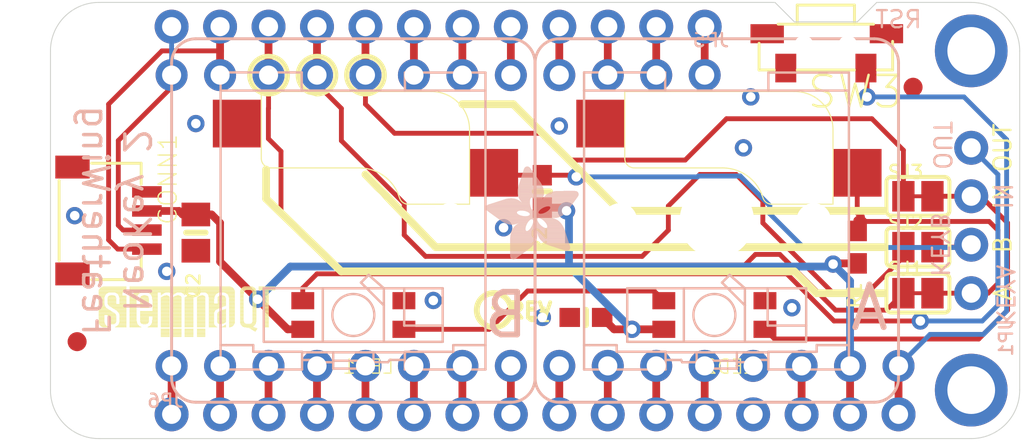
<source format=kicad_pcb>
(kicad_pcb (version 20211014) (generator pcbnew)
  (layers (0 "F.Cu" signal) (31 "B.Cu" signal) (34 "B.Paste" user) (35 "F.Paste" user) (36 "B.SilkS" user "B.Silkscreen") (37 "F.SilkS" user "F.Silkscreen") (38 "B.Mask" user) (39 "F.Mask" user) (44 "Edge.Cuts" user))
  (net 0 "")
  (net 1 "GND")
  (net 2 "SWITCHA")
  (net 3 "NEO_OUT")
  (net 4 "VBAT")
  (net 5 "EN")
  (net 6 "USB")
  (net 7 "N")
  (net 8 "M")
  (net 9 "L")
  (net 10 "K")
  (net 11 "J")
  (net 12 "I")
  (net 13 "H")
  (net 14 "SCL")
  (net 15 "SDA")
  (net 16 "G")
  (net 17 "RX")
  (net 18 "MISO")
  (net 19 "MOSI")
  (net 20 "SCK")
  (net 21 "F")
  (net 22 "E")
  (net 23 "D")
  (net 24 "C")
  (net 25 "B")
  (net 26 "A")
  (net 27 "AREF")
  (net 28 "~{RESET}")
  (net 29 "SWITCHB")
  (net 30 "N$26")
  (net 31 "TX")
  (net 32 "NEO_IN")
  (net 33 "3.3V")
  (footprint "boardEagle:FIDUCIAL_1MM" (layer "F.Cu") (at 168.3131 98.0186)
    (fp_text reference "FID1" hide)
    (fp_text value "FIDUCIAL_1MM" hide)
    (pad "1" smd roundrect (at 0 0) (size 1 1) (layers "F.Cu" "F.Mask") (roundrect_rratio 0.5))
  )
  (footprint "boardEagle:0805-NO" (layer "F.Cu") (at 130.7211 105.6386 -90)
    (fp_text reference "C2" (at 2.032 0.127 90) (layer "F.SilkS") (effects (font (size 0.692831 0.692831) (thickness 0.119969)) (justify right)))
    (fp_text value "10uF")
    (pad "1" smd rect (at -0.95 0 270) (size 1.24 1.5) (layers "F.Cu" "F.Paste" "F.Mask") (net 33 "3.3V"))
    (pad "2" smd rect (at 0.95 0 270) (size 1.24 1.5) (layers "F.Cu" "F.Paste" "F.Mask") (net 1 "GND"))
  )
  (footprint "boardEagle:SPST_TACTILE_RA" (layer "F.Cu") (at 163.7411 96.1136 180)
    (fp_text reference "SW3" (at -4.131 -2.149) (layer "F.SilkS") (effects (font (size 1.647139 1.647139) (thickness 0.130861)) (justify right)))
    (fp_text value "" hide)
    (pad "" np_thru_hole circle (at -1.15 0.3 180) (size 1 1) (drill 1) (layers *.Cu *.Mask))
    (pad "" np_thru_hole circle (at 1.15 0.3 180) (size 1 1) (drill 1) (layers *.Cu *.Mask))
    (pad "1" smd rect (at -2.1 -0.9 270) (size 1.5 1.1) (layers "F.Cu" "F.Paste" "F.Mask") (net 28 "~{RESET}"))
    (pad "2" smd rect (at 2.1 -0.9 270) (size 1.5 1.1) (layers "F.Cu" "F.Paste" "F.Mask") (net 1 "GND"))
    (pad "MT1" smd rect (at -3.175 0.9) (size 1.75 1) (layers "F.Cu" "F.Paste" "F.Mask"))
    (pad "MT2" smd rect (at 3.075 0.9) (size 1.75 1) (layers "F.Cu" "F.Paste" "F.Mask"))
  )
  (footprint "boardEagle:STEMMAQT" (layer "F.Cu") (at 125.6411 111.0996)
    (fp_text reference "U$11" hide)
    (fp_text value "" hide)
  )
  (footprint "boardEagle:SOLDERJUMPER_CLOSEDWIRE" (layer "F.Cu") (at 168.5671 103.7336)
    (fp_text reference "SJ3" (at -1.651 -1.27) (layer "F.SilkS") (effects (font (size 0.692831 0.692831) (thickness 0.119969)) (justify left)))
    (fp_text value "")
    (pad "1" smd rect (at -0.762 0) (size 1.1684 1.6002) (layers "F.Cu") (net 11 "J"))
    (pad "2" smd rect (at 0.762 0) (size 1.1684 1.6002) (layers "F.Cu") (net 32 "NEO_IN"))
    (pad "WIRE" smd rect (at 0 0 180) (size 0.635 0.2032) (layers "F.Cu"))
  )
  (footprint "boardEagle:0603-NO" (layer "F.Cu") (at 148.8821 103.4796 -90)
    (fp_text reference "R2" (at 1.778 0.127 90) (layer "F.SilkS") (effects (font (size 0.692831 0.692831) (thickness 0.119969)) (justify right)))
    (fp_text value "100K")
    (pad "1" smd rect (at -0.85 0 270) (size 1.075 1) (layers "F.Cu" "F.Paste" "F.Mask") (net 29 "SWITCHB"))
    (pad "2" smd rect (at 0.85 0 270) (size 1.075 1) (layers "F.Cu" "F.Paste" "F.Mask") (net 33 "3.3V"))
  )
  (footprint "boardEagle:FIDUCIAL_1MM" (layer "F.Cu") (at 124.4981 111.3536)
    (fp_text reference "FID2" hide)
    (fp_text value "FIDUCIAL_1MM" hide)
    (pad "1" smd roundrect (at 0 0) (size 1 1) (layers "F.Cu" "F.Mask") (roundrect_rratio 0.5))
  )
  (footprint "boardEagle:PCBFEAT-REV-040" (layer "F.Cu") (at 146.3421 109.7026)
    (fp_text reference "U$8" hide)
    (fp_text value "" hide)
    (fp_text user ">REV" (at -0.3556 0.508) (layer "F.SilkS") (effects (font (size 0.8128 0.8128) (thickness 0.2032)) (justify left bottom)))
  )
  (footprint "boardEagle:JST_SH4" (layer "F.Cu") (at 125.6411 105.0036 -90)
    (fp_text reference "CONN1" (at -4.6 -3.614 90) (layer "F.SilkS") (effects (font (size 0.941222 0.941222) (thickness 0.074778)) (justify right)))
    (fp_text value "STEMMA_I2C_QT" hide)
    (pad "1" smd rect (at -1.5 -2.514) (size 1.55 0.6) (layers "F.Cu" "F.Paste" "F.Mask") (net 1 "GND"))
    (pad "2" smd rect (at -0.5 -2.514) (size 1.55 0.6) (layers "F.Cu" "F.Paste" "F.Mask") (net 33 "3.3V"))
    (pad "3" smd rect (at 0.5 -2.514) (size 1.55 0.6) (layers "F.Cu" "F.Paste" "F.Mask") (net 15 "SDA"))
    (pad "4" smd rect (at 1.5 -2.514) (size 1.55 0.6) (layers "F.Cu" "F.Paste" "F.Mask") (net 14 "SCL"))
    (pad "MT1" smd rect (at -2.8 1.386) (size 1.8 1.2) (layers "F.Cu" "F.Paste" "F.Mask") (net 1 "GND"))
    (pad "MT2" smd rect (at 2.8 1.386) (size 1.8 1.2) (layers "F.Cu" "F.Paste" "F.Mask") (net 1 "GND"))
  )
  (footprint "boardEagle:SOLDERJUMPER_CLOSEDWIRE" (layer "F.Cu") (at 168.5671 108.8136)
    (fp_text reference "SJ1" (at -1.651 -1.27) (layer "F.SilkS") (effects (font (size 0.692831 0.692831) (thickness 0.119969)) (justify left)))
    (fp_text value "")
    (pad "1" smd rect (at -0.762 0) (size 1.1684 1.6002) (layers "F.Cu") (net 13 "H"))
    (pad "2" smd rect (at 0.762 0) (size 1.1684 1.6002) (layers "F.Cu") (net 2 "SWITCHA"))
    (pad "WIRE" smd rect (at 0 0 180) (size 0.635 0.2032) (layers "F.Cu"))
  )
  (footprint "boardEagle:SOLDERJUMPER_CLOSEDWIRE" (layer "F.Cu") (at 168.5671 106.4006)
    (fp_text reference "SJ2" (at -1.651 -1.27) (layer "F.SilkS") (effects (font (size 0.692831 0.692831) (thickness 0.119969)) (justify left)))
    (fp_text value "")
    (pad "1" smd rect (at -0.762 0) (size 1.1684 1.6002) (layers "F.Cu") (net 12 "I"))
    (pad "2" smd rect (at 0.762 0) (size 1.1684 1.6002) (layers "F.Cu") (net 29 "SWITCHB"))
    (pad "WIRE" smd rect (at 0 0 180) (size 0.635 0.2032) (layers "F.Cu"))
  )
  (footprint "boardEagle:0603-NO" (layer "F.Cu") (at 151.1681 110.0836 180)
    (fp_text reference "C1" (at 1.778 0.127) (layer "F.SilkS") (effects (font (size 0.692831 0.692831) (thickness 0.119969)) (justify right)))
    (fp_text value "1uF")
    (pad "1" smd rect (at -0.85 0 180) (size 1.075 1) (layers "F.Cu" "F.Paste" "F.Mask") (net 33 "3.3V"))
    (pad "2" smd rect (at 0.85 0 180) (size 1.075 1) (layers "F.Cu" "F.Paste" "F.Mask") (net 1 "GND"))
  )
  (footprint "boardEagle:0603-NO" (layer "F.Cu") (at 165.3921 106.4006 -90)
    (fp_text reference "R1" (at 1.778 0.127 90) (layer "F.SilkS") (effects (font (size 0.692831 0.692831) (thickness 0.119969)) (justify right)))
    (fp_text value "100K")
    (pad "1" smd rect (at -0.85 0 270) (size 1.075 1) (layers "F.Cu" "F.Paste" "F.Mask") (net 2 "SWITCHA"))
    (pad "2" smd rect (at 0.85 0 270) (size 1.075 1) (layers "F.Cu" "F.Paste" "F.Mask") (net 33 "3.3V"))
  )
  (footprint "boardEagle:KAILH_SOCKET" (layer "B.Cu") (at 138.9761 105.0036 180)
    (fp_text reference "SW2" hide)
    (fp_text value "MX" hide)
    (pad "" np_thru_hole circle (at -3.81 2.54 180) (size 3.0635 3.0635) (drill 3.0635) (layers *.Cu *.Mask))
    (pad "" np_thru_hole circle (at 0 0 180) (size 3.9 3.9) (drill 3.9) (layers *.Cu *.Mask))
    (pad "" np_thru_hole circle (at 2.54 5.08 180) (size 3.0635 3.0635) (drill 3.0635) (layers *.Cu *.Mask))
    (pad "" np_thru_hole circle (at 5.08 0 180) (size 1.8135 1.8135) (drill 1.8135) (layers *.Cu *.Mask))
    (pad "" np_thru_hole circle (at -5.08 0 180) (size 1.8135 1.8135) (drill 1.8135) (layers *.Cu *.Mask))
    (pad "1" smd rect (at 6.09 5.08) (size 2.55 2.5) (layers "F.Cu" "F.Paste" "F.Mask") (net 1 "GND"))
    (pad "2" smd rect (at -7.36 2.5) (size 2.55 2.5) (layers "F.Cu" "F.Paste" "F.Mask") (net 29 "SWITCHB"))
  )
  (footprint "boardEagle:1X16_ROUND" (layer "B.Cu") (at 148.5011 112.6236)
    (fp_text reference "JP6" (at -20.3962 1.8288) (layer "B.SilkS") (effects (font (size 0.692831 0.692831) (thickness 0.119969)) (justify right mirror)))
    (fp_text value "")
    (pad "1" thru_hole circle (at -19.05 0 270) (size 1.6764 1.6764) (drill 1) (layers *.Cu *.Mask) (net 16 "G"))
    (pad "2" thru_hole circle (at -16.51 0 270) (size 1.6764 1.6764) (drill 1) (layers *.Cu *.Mask) (net 31 "TX"))
    (pad "3" thru_hole circle (at -13.97 0 270) (size 1.6764 1.6764) (drill 1) (layers *.Cu *.Mask) (net 17 "RX"))
    (pad "4" thru_hole circle (at -11.43 0 270) (size 1.6764 1.6764) (drill 1) (layers *.Cu *.Mask) (net 18 "MISO"))
    (pad "5" thru_hole circle (at -8.89 0 270) (size 1.6764 1.6764) (drill 1) (layers *.Cu *.Mask) (net 19 "MOSI"))
    (pad "6" thru_hole circle (at -6.35 0 270) (size 1.6764 1.6764) (drill 1) (layers *.Cu *.Mask) (net 20 "SCK"))
    (pad "7" thru_hole circle (at -3.81 0 270) (size 1.6764 1.6764) (drill 1) (layers *.Cu *.Mask) (net 21 "F"))
    (pad "8" thru_hole circle (at -1.27 0 270) (size 1.6764 1.6764) (drill 1) (layers *.Cu *.Mask) (net 22 "E"))
    (pad "9" thru_hole circle (at 1.27 0 270) (size 1.6764 1.6764) (drill 1) (layers *.Cu *.Mask) (net 23 "D"))
    (pad "10" thru_hole circle (at 3.81 0 270) (size 1.6764 1.6764) (drill 1) (layers *.Cu *.Mask) (net 24 "C"))
    (pad "11" thru_hole circle (at 6.35 0 270) (size 1.6764 1.6764) (drill 1) (layers *.Cu *.Mask) (net 25 "B"))
    (pad "12" thru_hole circle (at 8.89 0 270) (size 1.6764 1.6764) (drill 1) (layers *.Cu *.Mask) (net 26 "A"))
    (pad "13" thru_hole circle (at 11.43 0 270) (size 1.6764 1.6764) (drill 1) (layers *.Cu *.Mask) (net 1 "GND"))
    (pad "14" thru_hole circle (at 13.97 0 270) (size 1.6764 1.6764) (drill 1) (layers *.Cu *.Mask) (net 27 "AREF"))
    (pad "15" thru_hole circle (at 16.51 0 270) (size 1.6764 1.6764) (drill 1) (layers *.Cu *.Mask) (net 33 "3.3V"))
    (pad "16" thru_hole circle (at 19.05 0 270) (size 1.6764 1.6764) (drill 1) (layers *.Cu *.Mask) (net 28 "~{RESET}"))
  )
  (footprint "boardEagle:NEO3535_REVERSE" (layer "B.Cu") (at 157.8991 109.9566 180)
    (fp_text reference "LED2" (at -2.1875 -2.7075) (layer "F.SilkS") (effects (font (size 0.739648 0.739648) (thickness 0.073152)) (justify left mirror)))
    (fp_text value "WS2812B_SK6812E" hide)
    (pad "1-VDD" smd rect (at 2.65 -0.75 180) (size 1.2 0.9) (layers "F.Cu" "F.Paste" "F.Mask") (net 33 "3.3V"))
    (pad "2-DOUT" smd rect (at 2.65 0.75 180) (size 1.2 0.9) (layers "F.Cu" "F.Paste" "F.Mask") (net 30 "N$26"))
    (pad "3-GND" smd rect (at -2.65 0.75 180) (size 1.2 0.9) (layers "F.Cu" "F.Paste" "F.Mask") (net 1 "GND"))
    (pad "4-DIN" smd rect (at -2.65 -0.75 180) (size 1.2 0.9) (layers "F.Cu" "F.Paste" "F.Mask") (net 32 "NEO_IN"))
  )
  (footprint "boardEagle:KAILH_SOCKET" (layer "B.Cu") (at 158.0261 105.0036 180)
    (fp_text reference "SW1" hide)
    (fp_text value "MX" hide)
    (pad "" np_thru_hole circle (at -3.81 2.54 180) (size 3.0635 3.0635) (drill 3.0635) (layers *.Cu *.Mask))
    (pad "" np_thru_hole circle (at 0 0 180) (size 3.9 3.9) (drill 3.9) (layers *.Cu *.Mask))
    (pad "" np_thru_hole circle (at -5.08 0 180) (size 1.8135 1.8135) (drill 1.8135) (layers *.Cu *.Mask))
    (pad "" np_thru_hole circle (at 2.54 5.08 180) (size 3.0635 3.0635) (drill 3.0635) (layers *.Cu *.Mask))
    (pad "" np_thru_hole circle (at 5.08 0 180) (size 1.8135 1.8135) (drill 1.8135) (layers *.Cu *.Mask))
    (pad "1" smd rect (at 6.09 5.08) (size 2.55 2.5) (layers "F.Cu" "F.Paste" "F.Mask") (net 1 "GND"))
    (pad "2" smd rect (at -7.36 2.5) (size 2.55 2.5) (layers "F.Cu" "F.Paste" "F.Mask") (net 2 "SWITCHA"))
  )
  (footprint "boardEagle:1X04_ROUND" (layer "B.Cu") (at 171.3611 105.0036 90)
    (fp_text reference "JP1" (at -5.1562 1.8288 90) (layer "B.SilkS") (effects (font (size 0.692831 0.692831) (thickness 0.119969)) (justify left mirror)))
    (fp_text value "")
    (pad "1" thru_hole circle (at -3.81 0) (size 1.778 1.778) (drill 1) (layers *.Cu *.Mask) (net 2 "SWITCHA"))
    (pad "2" thru_hole circle (at -1.27 0) (size 1.778 1.778) (drill 1) (layers *.Cu *.Mask) (net 29 "SWITCHB"))
    (pad "3" thru_hole circle (at 1.27 0) (size 1.778 1.778) (drill 1) (layers *.Cu *.Mask) (net 32 "NEO_IN"))
    (pad "4" thru_hole circle (at 3.81 0) (size 1.778 1.778) (drill 1) (layers *.Cu *.Mask) (net 3 "NEO_OUT"))
  )
  (footprint "boardEagle:FEATHERWING_NODIM" (layer "B.Cu") (at 173.9011 116.4336 180)
    (fp_text reference "MS1" hide)
    (fp_text value "FEATHERWING_NODIM" hide)
    (pad "" np_thru_hole circle (at 48.26 2.54 180) (size 2.54 2.54) (drill 2.54) (layers *.Cu *.Mask))
    (pad "" np_thru_hole circle (at 48.26 20.32 180) (size 2.54 2.54) (drill 2.54) (layers *.Cu *.Mask))
    (pad "1" thru_hole circle (at 6.35 1.27 180) (size 1.778 1.778) (drill 1) (layers *.Cu *.Mask) (net 28 "~{RESET}"))
    (pad "2" thru_hole circle (at 8.89 1.27 180) (size 1.778 1.778) (drill 1) (layers *.Cu *.Mask) (net 33 "3.3V"))
    (pad "3" thru_hole circle (at 11.43 1.27 180) (size 1.778 1.778) (drill 1) (layers *.Cu *.Mask) (net 27 "AREF"))
    (pad "4" thru_hole circle (at 13.97 1.27 180) (size 1.778 1.778) (drill 1) (layers *.Cu *.Mask) (net 1 "GND"))
    (pad "5" thru_hole circle (at 16.51 1.27 180) (size 1.778 1.778) (drill 1) (layers *.Cu *.Mask) (net 26 "A"))
    (pad "6" thru_hole circle (at 19.05 1.27 180) (size 1.778 1.778) (drill 1) (layers *.Cu *.Mask) (net 25 "B"))
    (pad "7" thru_hole circle (at 21.59 1.27 180) (size 1.778 1.778) (drill 1) (layers *.Cu *.Mask) (net 24 "C"))
    (pad "8" thru_hole circle (at 24.13 1.27 180) (size 1.778 1.778) (drill 1) (layers *.Cu *.Mask) (net 23 "D"))
    (pad "9" thru_hole circle (at 26.67 1.27 180) (size 1.778 1.778) (drill 1) (layers *.Cu *.Mask) (net 22 "E"))
    (pad "10" thru_hole circle (at 29.21 1.27 180) (size 1.778 1.778) (drill 1) (layers *.Cu *.Mask) (net 21 "F"))
    (pad "11" thru_hole circle (at 31.75 1.27 180) (size 1.778 1.778) (drill 1) (layers *.Cu *.Mask) (net 20 "SCK"))
    (pad "12" thru_hole circle (at 34.29 1.27 180) (size 1.778 1.778) (drill 1) (layers *.Cu *.Mask) (net 19 "MOSI"))
    (pad "13" thru_hole circle (at 36.83 1.27 180) (size 1.778 1.778) (drill 1) (layers *.Cu *.Mask) (net 18 "MISO"))
    (pad "14" thru_hole circle (at 39.37 1.27 180) (size 1.778 1.778) (drill 1) (layers *.Cu *.Mask) (net 17 "RX"))
    (pad "15" thru_hole circle (at 41.91 1.27 180) (size 1.778 1.778) (drill 1) (layers *.Cu *.Mask) (net 31 "TX"))
    (pad "16" thru_hole circle (at 44.45 1.27 180) (size 1.778 1.778) (drill 1) (layers *.Cu *.Mask) (net 16 "G"))
    (pad "17" thru_hole circle (at 44.45 21.59 180) (size 1.778 1.778) (drill 1) (layers *.Cu *.Mask) (net 15 "SDA"))
    (pad "18" thru_hole circle (at 41.91 21.59 180) (size 1.778 1.778) (drill 1) (layers *.Cu *.Mask) (net 14 "SCL"))
    (pad "19" thru_hole circle (at 39.37 21.59 180) (size 1.778 1.778) (drill 1) (layers *.Cu *.Mask) (net 13 "H"))
    (pad "20" thru_hole circle (at 36.83 21.59 180) (size 1.778 1.778) (drill 1) (layers *.Cu *.Mask) (net 12 "I"))
    (pad "21" thru_hole circle (at 34.29 21.59 180) (size 1.778 1.778) (drill 1) (layers *.Cu *.Mask) (net 11 "J"))
    (pad "22" thru_hole circle (at 31.75 21.59 180) (size 1.778 1.778) (drill 1) (layers *.Cu *.Mask) (net 10 "K"))
    (pad "23" thru_hole circle (at 29.21 21.59 180) (size 1.778 1.778) (drill 1) (layers *.Cu *.Mask) (net 9 "L"))
    (pad "24" thru_hole circle (at 26.67 21.59 180) (size 1.778 1.778) (drill 1) (layers *.Cu *.Mask) (net 8 "M"))
    (pad "25" thru_hole circle (at 24.13 21.59 180) (size 1.778 1.778) (drill 1) (layers *.Cu *.Mask) (net 7 "N"))
    (pad "26" thru_hole circle (at 21.59 21.59 180) (size 1.778 1.778) (drill 1) (layers *.Cu *.Mask) (net 6 "USB"))
    (pad "27" thru_hole circle (at 19.05 21.59 180) (size 1.778 1.778) (drill 1) (layers *.Cu *.Mask) (net 5 "EN"))
    (pad "28" thru_hole circle (at 16.51 21.59 180) (size 1.778 1.778) (drill 1) (layers *.Cu *.Mask) (net 4 "VBAT"))
    (pad "P$1" thru_hole circle (at 2.54 20.32 180) (size 3.81 3.81) (drill 2.5) (layers *.Cu *.Mask))
    (pad "P$2" thru_hole circle (at 2.54 2.54 180) (size 3.81 3.81) (drill 2.5) (layers *.Cu *.Mask))
  )
  (footprint "boardEagle:NEO3535_REVERSE" (layer "B.Cu") (at 138.9761 109.9566 180)
    (fp_text reference "LED1" (at -2.1875 -2.7075) (layer "F.SilkS") (effects (font (size 0.739648 0.739648) (thickness 0.073152)) (justify left mirror)))
    (fp_text value "WS2812B_SK6812E" hide)
    (pad "1-VDD" smd rect (at 2.65 -0.75 180) (size 1.2 0.9) (layers "F.Cu" "F.Paste" "F.Mask") (net 33 "3.3V"))
    (pad "2-DOUT" smd rect (at 2.65 0.75 180) (size 1.2 0.9) (layers "F.Cu" "F.Paste" "F.Mask") (net 3 "NEO_OUT"))
    (pad "3-GND" smd rect (at -2.65 0.75 180) (size 1.2 0.9) (layers "F.Cu" "F.Paste" "F.Mask") (net 1 "GND"))
    (pad "4-DIN" smd rect (at -2.65 -0.75 180) (size 1.2 0.9) (layers "F.Cu" "F.Paste" "F.Mask") (net 30 "N$26"))
  )
  (footprint "boardEagle:ADAFRUIT_5MM" (layer "B.Cu") (at 150.7871 107.0356 180)
    (fp_text reference "U$7" hide)
    (fp_text value "" hide)
  )
  (footprint "boardEagle:1X12_ROUND" (layer "B.Cu") (at 143.4211 97.3836 180)
    (fp_text reference "JP5" (at -15.3162 1.8288) (layer "B.SilkS") (effects (font (size 0.692831 0.692831) (thickness 0.119969)) (justify left mirror)))
    (fp_text value "")
    (pad "1" thru_hole circle (at -13.97 0 90) (size 1.6764 1.6764) (drill 1) (layers *.Cu *.Mask) (net 4 "VBAT"))
    (pad "2" thru_hole circle (at -11.43 0 90) (size 1.6764 1.6764) (drill 1) (layers *.Cu *.Mask) (net 5 "EN"))
    (pad "3" thru_hole circle (at -8.89 0 90) (size 1.6764 1.6764) (drill 1) (layers *.Cu *.Mask) (net 6 "USB"))
    (pad "4" thru_hole circle (at -6.35 0 90) (size 1.6764 1.6764) (drill 1) (layers *.Cu *.Mask) (net 7 "N"))
    (pad "5" thru_hole circle (at -3.81 0 90) (size 1.6764 1.6764) (drill 1) (layers *.Cu *.Mask) (net 8 "M"))
    (pad "6" thru_hole circle (at -1.27 0 90) (size 1.6764 1.6764) (drill 1) (layers *.Cu *.Mask) (net 9 "L"))
    (pad "7" thru_hole circle (at 1.27 0 90) (size 1.6764 1.6764) (drill 1) (layers *.Cu *.Mask) (net 10 "K"))
    (pad "8" thru_hole circle (at 3.81 0 90) (size 1.6764 1.6764) (drill 1) (layers *.Cu *.Mask) (net 11 "J"))
    (pad "9" thru_hole circle (at 6.35 0 90) (size 1.6764 1.6764) (drill 1) (layers *.Cu *.Mask) (net 12 "I"))
    (pad "10" thru_hole circle (at 8.89 0 90) (size 1.6764 1.6764) (drill 1) (layers *.Cu *.Mask) (net 13 "H"))
    (pad "11" thru_hole circle (at 11.43 0 90) (size 1.6764 1.6764) (drill 1) (layers *.Cu *.Mask) (net 14 "SCL"))
    (pad "12" thru_hole circle (at 13.97 0 90) (size 1.6764 1.6764) (drill 1) (layers *.Cu *.Mask) (net 15 "SDA"))
  )
  (gr_line (start 162.0901 107.6706) (end 138.3411 107.6706) (layer "F.SilkS") (width 0.4064))
  (gr_circle (center 137.0711 97.3836) (end 138.063 97.3836) (layer "F.SilkS") (width 0.254) (fill none))
  (gr_line (start 166.7891 106.4006) (end 143.2941 106.4006) (layer "F.SilkS") (width 0.4064))
  (gr_line (start 143.2941 106.4006) (end 139.6111 102.5906) (layer "F.SilkS") (width 0.4064))
  (gr_line (start 166.7891 104.4956) (end 152.9461 104.4956) (layer "F.SilkS") (width 0.4064))
  (gr_line (start 138.3411 107.6706) (end 134.4041 103.8606) (layer "F.SilkS") (width 0.4064))
  (gr_line (start 163.2331 108.8136) (end 162.0901 107.6706) (layer "F.SilkS") (width 0.4064))
  (gr_line (start 147.3581 98.9076) (end 144.6911 98.9076) (layer "F.SilkS") (width 0.4064))
  (gr_line (start 152.9461 104.4956) (end 147.3581 98.9076) (layer "F.SilkS") (width 0.4064))
  (gr_circle (center 139.6111 97.3836) (end 140.603 97.3836) (layer "F.SilkS") (width 0.254) (fill none))
  (gr_line (start 134.4041 103.8606) (end 134.4041 102.3366) (layer "F.SilkS") (width 0.4064))
  (gr_circle (center 134.5311 97.3836) (end 135.523 97.3836) (layer "F.SilkS") (width 0.254) (fill none))
  (gr_line (start 166.7891 108.8136) (end 163.2331 108.8136) (layer "F.SilkS") (width 0.4064))
  (gr_arc (start 173.9011 113.8936) (mid 173.157151 115.689651) (end 171.3611 116.4336) (layer "Edge.Cuts") (width 0.05))
  (gr_line (start 162.0901 94.5896) (end 165.3921 94.5896) (layer "Edge.Cuts") (width 0.05))
  (gr_line (start 171.3611 116.4336) (end 125.6411 116.4336) (layer "Edge.Cuts") (width 0.05))
  (gr_arc (start 171.3611 93.5736) (mid 173.157151 94.317549) (end 173.9011 96.1136) (layer "Edge.Cuts") (width 0.05))
  (gr_arc (start 125.6411 116.4336) (mid 123.845049 115.689651) (end 123.1011 113.8936) (layer "Edge.Cuts") (width 0.05))
  (gr_line (start 161.0741 93.5736) (end 162.0901 94.5896) (layer "Edge.Cuts") (width 0.05))
  (gr_line (start 173.9011 96.1136) (end 173.9011 113.8936) (layer "Edge.Cuts") (width 0.05))
  (gr_line (start 165.3921 94.5896) (end 166.4081 93.5736) (layer "Edge.Cuts") (width 0.05))
  (gr_line (start 166.4081 93.5736) (end 171.3611 93.5736) (layer "Edge.Cuts") (width 0.05))
  (gr_arc (start 123.1011 96.1136) (mid 123.845049 94.317549) (end 125.6411 93.5736) (layer "Edge.Cuts") (width 0.05))
  (gr_line (start 123.1011 113.8936) (end 123.1011 96.1136) (layer "Edge.Cuts") (width 0.05))
  (gr_line (start 125.6411 93.5736) (end 161.0741 93.5736) (layer "Edge.Cuts") (width 0.05))
  (gr_text "IN" (at 173.0121 103.7336 -90) (layer "B.SilkS") (effects (font (size 0.89408 0.89408) (thickness 0.12192)) (justify mirror)))
  (gr_text "A" (at 166.0271 109.5756) (layer "B.SilkS") (effects (font (size 2.2352 2.2352) (thickness 0.3048)) (justify mirror)))
  (gr_text "RST" (at 167.5511 94.4626) (layer "B.SilkS") (effects (font (size 0.89408 0.89408) (thickness 0.12192)) (justify mirror)))
  (gr_text "KEYB" (at 169.7101 106.2736 -90) (layer "B.SilkS") (effects (font (size 0.89408 0.89408) (thickness 0.12192)) (justify mirror)))
  (gr_text "KEYA" (at 173.1391 108.9406 -90) (layer "B.SilkS") (effects (font (size 0.89408 0.89408) (thickness 0.12192)) (justify mirror)))
  (gr_text "B" (at 146.9771 109.9566) (layer "B.SilkS") (effects (font (size 2.2352 2.2352) (thickness 0.3048)) (justify mirror)))
  (gr_text "OUT" (at 169.8371 101.0666 -90) (layer "B.SilkS") (effects (font (size 0.89408 0.89408) (thickness 0.12192)) (justify mirror)))
  (gr_text "NeoKey 2\nFeatherWing" (at 126.5301 105.0036 -90) (layer "B.SilkS") (effects (font (size 1.34112 1.34112) (thickness 0.18288)) (justify mirror)))
  (gr_text "IN" (at 173.0121 103.7336 90) (layer "F.SilkS") (effects (font (size 0.89408 0.89408) (thickness 0.12192))))
  (gr_text "B" (at 173.0121 106.2736 90) (layer "F.SilkS") (effects (font (size 0.89408 0.89408) (thickness 0.12192))))
  (gr_text "A" (at 173.0121 108.8136 90) (layer "F.SilkS") (effects (font (size 0.89408 0.89408) (thickness 0.12192))))
  (gr_text "OUT" (at 173.0121 101.1936 90) (layer "F.SilkS") (effects (font (size 0.89408 0.89408) (thickness 0.12192))))
  (via (at 129.1971 107.6706) (size 0.9064) (drill 0.5) (layers "F.Cu" "B.Cu") (net 1))
  (via (at 159.8041 98.5266) (size 0.9064) (drill 0.5) (layers "F.Cu" "B.Cu") (net 1))
  (via (at 143.1671 109.1946) (size 0.9064) (drill 0.5) (layers "F.Cu" "B.Cu") (net 1))
  (via (at 149.7711 100.0506) (size 0.9064) (drill 0.5) (layers "F.Cu" "B.Cu") (net 1))
  (via (at 124.3711 104.7496) (size 0.9064) (drill 0.5) (layers "F.Cu" "B.Cu") (net 1))
  (via (at 161.9631 109.5756) (size 0.9064) (drill 0.5) (layers "F.Cu" "B.Cu") (net 1))
  (via (at 130.7211 99.9236) (size 0.9064) (drill 0.5) (layers "F.Cu" "B.Cu") (net 1))
  (via (at 159.4231 101.1936) (size 0.9064) (drill 0.5) (layers "F.Cu" "B.Cu") (net 1))
  (via (at 148.8821 110.0836) (size 0.9064) (drill 0.5) (layers "F.Cu" "B.Cu") (net 1))
  (via (at 146.8501 105.3846) (size 0.9064) (drill 0.5) (layers "F.Cu" "B.Cu") (net 1))
  (segment (start 169.3291 108.8136) (end 171.3611 108.8136) (width 0.254) (layer "F.Cu") (net 2))
  (segment (start 172.3009 105.0544) (end 172.7581 105.5116) (width 0.254) (layer "F.Cu") (net 2))
  (segment (start 172.7581 105.5116) (end 172.7581 108.3056) (width 0.254) (layer "F.Cu") (net 2))
  (segment (start 165.5826 104.8131) (end 165.8239 105.0544) (width 0.254) (layer "F.Cu") (net 2))
  (segment (start 172.2501 108.8136) (end 171.3611 108.8136) (width 0.254) (layer "F.Cu") (net 2))
  (segment (start 165.3861 102.5036) (end 165.3861 104.6166) (width 0.254) (layer "F.Cu") (net 2))
  (segment (start 165.3921 105.0036) (end 165.5826 104.8131) (width 0.4064) (layer "F.Cu") (net 2))
  (segment (start 165.8239 105.0544) (end 172.3009 105.0544) (width 0.254) (layer "F.Cu") (net 2))
  (segment (start 165.3921 105.5506) (end 165.3921 105.0036) (width 0.4064) (layer "F.Cu") (net 2))
  (segment (start 165.3861 104.6166) (end 165.5826 104.8131) (width 0.254) (layer "F.Cu") (net 2))
  (segment (start 172.7581 108.3056) (end 172.2501 108.8136) (width 0.254) (layer "F.Cu") (net 2))
  (segment (start 137.0711 107.7976) (end 161.697518 107.7976) (width 0.254) (layer "F.Cu") (net 3))
  (segment (start 136.3261 109.2066) (end 136.3261 108.5426) (width 0.254) (layer "F.Cu") (net 3))
  (segment (start 136.3261 108.5426) (end 137.0711 107.7976) (width 0.254) (layer "F.Cu") (net 3))
  (segment (start 164.170018 110.2701) (end 168.6941 110.2701) (width 0.254) (layer "F.Cu") (net 3))
  (segment (start 161.697518 107.7976) (end 164.170018 110.2701) (width 0.254) (layer "F.Cu") (net 3))
  (via (at 168.6941 110.2701) (size 0.9064) (drill 0.5) (layers "F.Cu" "B.Cu") (net 3))
  (segment (start 168.6941 110.2701) (end 171.9366 110.2701) (width 0.254) (layer "B.Cu") (net 3))
  (segment (start 171.9366 110.2701) (end 172.7581 109.4486) (width 0.254) (layer "B.Cu") (net 3))
  (segment (start 172.7581 109.4486) (end 172.7581 102.5906) (width 0.254) (layer "B.Cu") (net 3))
  (segment (start 172.7581 102.5906) (end 171.3611 101.1936) (width 0.254) (layer "B.Cu") (net 3))
  (segment (start 157.3911 94.8436) (end 157.3911 97.3836) (width 0.4064) (layer "F.Cu") (net 4))
  (segment (start 154.8511 97.3836) (end 154.8511 94.8436) (width 0.4064) (layer "F.Cu") (net 5))
  (segment (start 152.3111 97.3836) (end 152.3111 94.8436) (width 0.4064) (layer "F.Cu") (net 6))
  (segment (start 149.7711 94.8436) (end 149.7711 97.3836) (width 0.4064) (layer "F.Cu") (net 7))
  (segment (start 147.2311 97.3836) (end 147.2311 94.8436) (width 0.4064) (layer "F.Cu") (net 8))
  (segment (start 144.6911 94.8436) (end 144.6911 97.3836) (width 0.4064) (layer "F.Cu") (net 9))
  (segment (start 142.1511 97.3836) (end 142.1511 94.8436) (width 0.4064) (layer "F.Cu") (net 10))
  (segment (start 139.6111 94.8436) (end 139.6111 97.3836) (width 0.4064) (layer "F.Cu") (net 11))
  (segment (start 167.8051 101.3206) (end 167.8051 103.7336) (width 0.254) (layer "F.Cu") (net 11))
  (segment (start 148.8821 100.4316) (end 150.28685 101.83635) (width 0.254) (layer "F.Cu") (net 11))
  (segment (start 150.28685 101.83635) (end 156.36735 101.83635) (width 0.254) (layer "F.Cu") (net 11))
  (segment (start 156.36735 101.83635) (end 158.5341 99.6696) (width 0.254) (layer "F.Cu") (net 11))
  (segment (start 139.6111 98.9076) (end 141.1351 100.4316) (width 0.254) (layer "F.Cu") (net 11))
  (segment (start 139.6111 97.3836) (end 139.6111 98.9076) (width 0.254) (layer "F.Cu") (net 11))
  (segment (start 141.1351 100.4316) (end 148.8821 100.4316) (width 0.254) (layer "F.Cu") (net 11))
  (segment (start 158.5341 99.6696) (end 166.1541 99.6696) (width 0.254) (layer "F.Cu") (net 11))
  (segment (start 166.1541 99.6696) (end 167.8051 101.3206) (width 0.254) (layer "F.Cu") (net 11))
  (segment (start 137.0711 97.3836) (end 137.0711 97.853563) (width 0.254) (layer "F.Cu") (net 12))
  (segment (start 157.1371 102.5906) (end 159.0421 102.5906) (width 0.254) (layer "F.Cu") (net 12))
  (segment (start 138.34885 99.131313) (end 138.34885 100.82035) (width 0.254) (layer "F.Cu") (net 12))
  (segment (start 155.4861 105.5116) (end 155.4861 104.2416) (width 0.254) (layer "F.Cu") (net 12))
  (segment (start 167.8051 106.9086) (end 167.8051 106.4006) (width 0.254) (layer "F.Cu") (net 12))
  (segment (start 164.1221 108.8136) (end 165.9001 108.8136) (width 0.254) (layer "F.Cu") (net 12))
  (segment (start 159.0421 102.5906) (end 160.4391 103.9876) (width 0.254) (layer "F.Cu") (net 12))
  (segment (start 160.4391 105.1306) (end 164.1221 108.8136) (width 0.254) (layer "F.Cu") (net 12))
  (segment (start 141.6431 104.1146) (end 141.6431 105.7656) (width 0.254) (layer "F.Cu") (net 12))
  (segment (start 165.9001 108.8136) (end 167.8051 106.9086) (width 0.254) (layer "F.Cu") (net 12))
  (segment (start 154.1145 106.8832) (end 155.4861 105.5116) (width 0.254) (layer "F.Cu") (net 12))
  (segment (start 155.4861 104.2416) (end 157.1371 102.5906) (width 0.254) (layer "F.Cu") (net 12))
  (segment (start 142.7607 106.8832) (end 154.1145 106.8832) (width 0.254) (layer "F.Cu") (net 12))
  (segment (start 137.0711 97.3836) (end 137.0711 94.8436) (width 0.4064) (layer "F.Cu") (net 12))
  (segment (start 141.6431 105.7656) (end 142.7607 106.8832) (width 0.254) (layer "F.Cu") (net 12))
  (segment (start 138.34885 100.82035) (end 141.6431 104.1146) (width 0.254) (layer "F.Cu") (net 12))
  (segment (start 160.4391 103.9876) (end 160.4391 105.1306) (width 0.254) (layer "F.Cu") (net 12))
  (segment (start 137.0711 97.853563) (end 138.34885 99.131313) (width 0.254) (layer "F.Cu") (net 12))
  (segment (start 167.8051 108.8136) (end 166.9161 109.7026) (width 0.254) (layer "F.Cu") (net 13))
  (segment (start 135.18385 101.376388) (end 134.52335 100.715888) (width 0.254) (layer "F.Cu") (net 13))
  (segment (start 134.5311 99.123563) (end 134.5311 97.3836) (width 0.254) (layer "F.Cu") (net 13))
  (segment (start 134.5311 94.8436) (end 134.5311 97.3836) (width 0.4064) (layer "F.Cu") (net 13))
  (segment (start 134.52335 100.715888) (end 134.52335 99.131313) (width 0.254) (layer "F.Cu") (net 13))
  (segment (start 135.18385 104.64035) (end 135.18385 101.376388) (width 0.254) (layer "F.Cu") (net 13))
  (segment (start 134.52335 99.131313) (end 134.5311 99.123563) (width 0.254) (layer "F.Cu") (net 13))
  (segment (start 164.2491 109.7026) (end 161.3281 106.7816) (width 0.254) (layer "F.Cu") (net 13))
  (segment (start 159.493837 107.3404) (end 137.8839 107.3404) (width 0.254) (layer "F.Cu") (net 13))
  (segment (start 137.8839 107.3404) (end 135.18385 104.64035) (width 0.254) (layer "F.Cu") (net 13))
  (segment (start 161.3281 106.7816) (end 160.052637 106.7816) (width 0.254) (layer "F.Cu") (net 13))
  (segment (start 164.2491 109.7026) (end 166.9161 109.7026) (width 0.254) (layer "F.Cu") (net 13))
  (segment (start 160.052637 106.7816) (end 159.493837 107.3404) (width 0.254) (layer "F.Cu") (net 13))
  (segment (start 126.1491 98.9076) (end 128.9431 96.1136) (width 0.254) (layer "F.Cu") (net 14))
  (segment (start 128.1551 106.5036) (end 126.6331 106.5036) (width 0.254) (layer "F.Cu") (net 14))
  (segment (start 131.9911 94.8436) (end 131.9911 96.1136) (width 0.4064) (layer "F.Cu") (net 14))
  (segment (start 126.6331 106.5036) (end 126.1491 106.0196) (width 0.254) (layer "F.Cu") (net 14))
  (segment (start 131.9911 96.1136) (end 131.9911 97.3836) (width 0.4064) (layer "F.Cu") (net 14))
  (segment (start 126.1491 106.0196) (end 126.1491 98.9076) (width 0.254) (layer "F.Cu") (net 14))
  (segment (start 128.9431 96.1136) (end 131.9911 96.1136) (width 0.254) (layer "F.Cu") (net 14))
  (segment (start 126.6571 100.8126) (end 129.4511 98.0186) (width 0.254) (layer "F.Cu") (net 15))
  (segment (start 126.9031 105.5036) (end 126.6571 105.2576) (width 0.254) (layer "F.Cu") (net 15))
  (segment (start 129.4511 98.0186) (end 129.4511 97.3836) (width 0.254) (layer "F.Cu") (net 15))
  (segment (start 128.1551 105.5036) (end 126.9031 105.5036) (width 0.254) (layer "F.Cu") (net 15))
  (segment (start 126.6571 105.2576) (end 126.6571 100.8126) (width 0.254) (layer "F.Cu") (net 15))
  (segment (start 129.4511 94.8436) (end 129.4511 97.3836) (width 0.254) (layer "B.Cu") (net 15))
  (segment (start 129.4511 115.1636) (end 129.4511 112.6236) (width 0.4064) (layer "F.Cu") (net 16))
  (segment (start 134.5311 115.1636) (end 134.5311 112.6236) (width 0.4064) (layer "F.Cu") (net 17))
  (segment (start 137.0711 112.6236) (end 137.0711 115.1636) (width 0.4064) (layer "F.Cu") (net 18))
  (segment (start 139.6111 115.1636) (end 139.6111 112.6236) (width 0.4064) (layer "F.Cu") (net 19))
  (segment (start 142.1511 112.6236) (end 142.1511 115.1636) (width 0.4064) (layer "F.Cu") (net 20))
  (segment (start 144.6911 115.1636) (end 144.6911 112.6236) (width 0.4064) (layer "F.Cu") (net 21))
  (segment (start 147.2311 112.6236) (end 147.2311 115.1636) (width 0.4064) (layer "F.Cu") (net 22))
  (segment (start 149.7711 115.1636) (end 149.7711 112.6236) (width 0.4064) (layer "F.Cu") (net 23))
  (segment (start 152.3111 112.6236) (end 152.3111 115.1636) (width 0.4064) (layer "F.Cu") (net 24))
  (segment (start 154.8511 115.1636) (end 154.8511 112.6236) (width 0.4064) (layer "F.Cu") (net 25))
  (segment (start 157.3911 112.6236) (end 157.3911 115.1636) (width 0.4064) (layer "F.Cu") (net 26))
  (segment (start 162.4711 115.1636) (end 162.4711 112.6236) (width 0.4064) (layer "F.Cu") (net 27))
  (segment (start 165.9001 97.0726) (end 165.8411 97.0136) (width 0.254) (layer "F.Cu") (net 28))
  (segment (start 165.9001 98.5266) (end 165.9001 97.0726) (width 0.254) (layer "F.Cu") (net 28))
  (segment (start 167.5511 115.1636) (end 167.5511 112.6236) (width 0.4064) (layer "F.Cu") (net 28))
  (via (at 165.9001 98.5266) (size 0.9064) (drill 0.5) (layers "F.Cu" "B.Cu") (net 28))
  (segment (start 171.9961 110.9726) (end 173.2153 109.7534) (width 0.254) (layer "B.Cu") (net 28))
  (segment (start 173.2153 100.7618) (end 170.9801 98.5266) (width 0.254) (layer "B.Cu") (net 28))
  (segment (start 170.9801 98.5266) (end 165.9001 98.5266) (width 0.254) (layer "B.Cu") (net 28))
  (segment (start 169.2021 110.9726) (end 171.9961 110.9726) (width 0.254) (layer "B.Cu") (net 28))
  (segment (start 167.5511 112.6236) (end 169.2021 110.9726) (width 0.254) (layer "B.Cu") (net 28))
  (segment (start 173.2153 109.7534) (end 173.2153 100.7618) (width 0.254) (layer "B.Cu") (net 28))
  (segment (start 148.8821 102.6296) (end 150.5721 102.6296) (width 0.254) (layer "F.Cu") (net 29))
  (segment (start 146.7866 102.9081) (end 146.9771 102.7176) (width 0.254) (layer "F.Cu") (net 29))
  (segment (start 148.8821 102.6296) (end 146.7866 102.6296) (width 0.254) (layer "F.Cu") (net 29))
  (segment (start 146.7631 102.5036) (end 146.3361 102.5036) (width 0.254) (layer "F.Cu") (net 29))
  (segment (start 150.5721 102.6296) (end 150.6601 102.7176) (width 0.254) (layer "F.Cu") (net 29))
  (segment (start 146.7866 102.6296) (end 146.7866 102.9081) (width 0.254) (layer "F.Cu") (net 29))
  (segment (start 146.9771 102.7176) (end 146.7631 102.5036) (width 0.254) (layer "F.Cu") (net 29))
  (segment (start 169.3291 106.4006) (end 171.2341 106.4006) (width 0.254) (layer "F.Cu") (net 29))
  (segment (start 171.2341 106.4006) (end 171.3611 106.2736) (width 0.254) (layer "F.Cu") (net 29))
  (via (at 150.6601 102.7176) (size 0.9064) (drill 0.5) (layers "F.Cu" "B.Cu") (net 29))
  (segment (start 157.060562 102.6726) (end 159.2511 102.6726) (width 0.254) (layer "B.Cu") (net 29))
  (segment (start 157.015562 102.7176) (end 157.060562 102.6726) (width 0.254) (layer "B.Cu") (net 29))
  (segment (start 159.2511 102.6726) (end 160.80235 104.22385) (width 0.254) (layer "B.Cu") (net 29))
  (segment (start 160.80235 104.22385) (end 160.80235 104.648007) (width 0.254) (layer "B.Cu") (net 29))
  (segment (start 160.80235 104.648007) (end 162.572693 106.41835) (width 0.254) (layer "B.Cu") (net 29))
  (segment (start 171.21635 106.41835) (end 171.3611 106.2736) (width 0.254) (layer "B.Cu") (net 29))
  (segment (start 162.572693 106.41835) (end 171.21635 106.41835) (width 0.254) (layer "B.Cu") (net 29))
  (segment (start 150.6601 102.7176) (end 157.015562 102.7176) (width 0.254) (layer "B.Cu") (net 29))
  (segment (start 146.1001 110.7066) (end 141.6261 110.7066) (width 0.254) (layer "F.Cu") (net 30))
  (segment (start 148.1081 108.6986) (end 154.7411 108.6986) (width 0.254) (layer "F.Cu") (net 30))
  (segment (start 148.1081 108.6986) (end 146.1001 110.7066) (width 0.254) (layer "F.Cu") (net 30))
  (segment (start 155.2491 109.2066) (end 154.7411 108.6986) (width 0.254) (layer "F.Cu") (net 30))
  (segment (start 131.9911 112.6236) (end 131.9911 115.1636) (width 0.4064) (layer "F.Cu") (net 31))
  (segment (start 171.7541 111.2146) (end 173.2661 109.7026) (width 0.254) (layer "F.Cu") (net 32))
  (segment (start 171.8691 103.7336) (end 171.3611 103.7336) (width 0.254) (layer "F.Cu") (net 32))
  (segment (start 161.0571 111.2146) (end 171.7541 111.2146) (width 0.254) (layer "F.Cu") (net 32))
  (segment (start 173.2661 109.7026) (end 173.2661 105.1306) (width 0.254) (layer "F.Cu") (net 32))
  (segment (start 169.3291 103.7336) (end 171.3611 103.7336) (width 0.254) (layer "F.Cu") (net 32))
  (segment (start 160.5491 110.7066) (end 161.0571 111.2146) (width 0.254) (layer "F.Cu") (net 32))
  (segment (start 173.2661 105.1306) (end 171.8691 103.7336) (width 0.254) (layer "F.Cu") (net 32))
  (segment (start 128.1551 104.5036) (end 129.8401 104.5036) (width 0.4064) (layer "F.Cu") (net 33))
  (segment (start 152.6411 110.7066) (end 153.5811 110.7066) (width 0.4064) (layer "F.Cu") (net 33))
  (segment (start 149.8591 104.3296) (end 148.8821 104.3296) (width 0.4064) (layer "F.Cu") (net 33))
  (segment (start 135.5351 110.7066) (end 136.3261 110.7066) (width 0.4064) (layer "F.Cu") (net 33))
  (segment (start 165.0111 115.1636) (end 165.0111 112.6236) (width 0.4064) (layer "F.Cu") (net 33))
  (segment (start 133.9596 109.1311) (end 135.5351 110.7066) (width 0.4064) (layer "F.Cu") (net 33))
  (segment (start 165.3921 107.2506) (end 164.1611 107.2506) (width 0.4064) (layer "F.Cu") (net 33))
  (segment (start 130.7211 104.6886) (end 130.0251 104.6886) (width 0.4064) (layer "F.Cu") (net 33))
  (segment (start 130.7211 104.6886) (end 131.5491 104.6886) (width 0.4064) (layer "F.Cu") (net 33))
  (segment (start 164.1611 107.2506) (end 164.1221 107.2896) (width 0.4064) (layer "F.Cu") (net 33))
  (segment (start 155.2491 110.7066) (end 153.5811 110.7066) (width 0.4064) (layer "F.Cu") (net 33))
  (segment (start 131.9911 107.1626) (end 133.9596 109.1311) (width 0.4064) (layer "F.Cu") (net 33))
  (segment (start 131.9911 105.1306) (end 131.9911 107.1626) (width 0.4064) (layer "F.Cu") (net 33))
  (segment (start 150.1521 104.4956) (end 150.0251 104.4956) (width 0.4064) (layer "F.Cu") (net 33))
  (segment (start 149.8591 104.3296) (end 150.0251 104.4956) (width 0.4064) (layer "F.Cu") (net 33))
  (segment (start 129.8401 104.5036) (end 130.0251 104.6886) (width 0.4064) (layer "F.Cu") (net 33))
  (segment (start 131.5491 104.6886) (end 131.9911 105.1306) (width 0.4064) (layer "F.Cu") (net 33))
  (segment (start 152.0181 110.0836) (end 152.6411 110.7066) (width 0.4064) (layer "F.Cu") (net 33))
  (via (at 164.1221 107.2896) (size 0.9064) (drill 0.5) (layers "F.Cu" "B.Cu") (net 33))
  (via (at 150.1521 104.4956) (size 0.9064) (drill 0.5) (layers "F.Cu" "B.Cu") (net 33))
  (via (at 153.5811 110.7066) (size 0.9064) (drill 0.5) (layers "F.Cu" "B.Cu") (net 33))
  (via (at 133.9596 109.1311) (size 0.9064) (drill 0.5) (layers "F.Cu" "B.Cu") (net 33))
  (segment (start 150.2791 104.6226) (end 150.1521 104.4956) (width 0.4064) (layer "B.Cu") (net 33))
  (segment (start 150.2791 107.4166) (end 135.6741 107.4166) (width 0.4064) (layer "B.Cu") (net 33))
  (segment (start 150.2791 104.6226) (end 150.2791 107.4046) (width 0.4064) (layer "B.Cu") (net 33))
  (segment (start 135.6741 107.4166) (end 133.9596 109.1311) (width 0.4064) (layer "B.Cu") (net 33))
  (segment (start 153.5811 110.7066) (end 150.2911 107.4166) (width 0.4064) (layer "B.Cu") (net 33))
  (segment (start 165.0111 108.1786) (end 164.2491 107.4166) (width 0.4064) (layer "B.Cu") (net 33))
  (segment (start 150.2911 107.4166) (end 150.2791 107.4046) (width 0.4064) (layer "B.Cu") (net 33))
  (segment (start 164.2491 107.4166) (end 150.2911 107.4166) (width 0.4064) (layer "B.Cu") (net 33))
  (segment (start 150.2791 107.4046) (end 150.2791 107.4166) (width 0.4064) (layer "B.Cu") (net 33))
  (segment (start 164.1221 107.2896) (end 164.2491 107.4166) (width 0.4064) (layer "B.Cu") (net 33))
  (segment (start 165.0111 108.1786) (end 165.0111 112.6236) (width 0.4064) (layer "B.Cu") (net 33))
)
</source>
